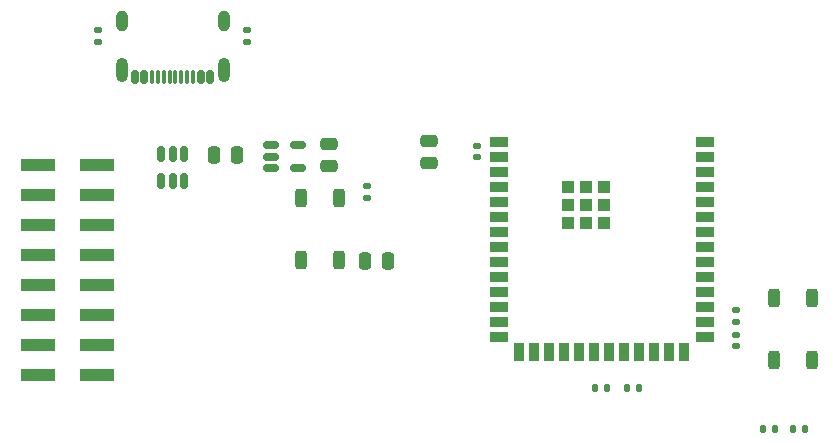
<source format=gbr>
%TF.GenerationSoftware,KiCad,Pcbnew,8.0.6*%
%TF.CreationDate,2024-12-05T21:44:36-05:00*%
%TF.ProjectId,kiCAD Keypad,6b694341-4420-44b6-9579-7061642e6b69,rev?*%
%TF.SameCoordinates,Original*%
%TF.FileFunction,Paste,Top*%
%TF.FilePolarity,Positive*%
%FSLAX46Y46*%
G04 Gerber Fmt 4.6, Leading zero omitted, Abs format (unit mm)*
G04 Created by KiCad (PCBNEW 8.0.6) date 2024-12-05 21:44:36*
%MOMM*%
%LPD*%
G01*
G04 APERTURE LIST*
G04 Aperture macros list*
%AMRoundRect*
0 Rectangle with rounded corners*
0 $1 Rounding radius*
0 $2 $3 $4 $5 $6 $7 $8 $9 X,Y pos of 4 corners*
0 Add a 4 corners polygon primitive as box body*
4,1,4,$2,$3,$4,$5,$6,$7,$8,$9,$2,$3,0*
0 Add four circle primitives for the rounded corners*
1,1,$1+$1,$2,$3*
1,1,$1+$1,$4,$5*
1,1,$1+$1,$6,$7*
1,1,$1+$1,$8,$9*
0 Add four rect primitives between the rounded corners*
20,1,$1+$1,$2,$3,$4,$5,0*
20,1,$1+$1,$4,$5,$6,$7,0*
20,1,$1+$1,$6,$7,$8,$9,0*
20,1,$1+$1,$8,$9,$2,$3,0*%
G04 Aperture macros list end*
%ADD10RoundRect,0.250000X-0.250000X0.525000X-0.250000X-0.525000X0.250000X-0.525000X0.250000X0.525000X0*%
%ADD11R,3.000000X1.000000*%
%ADD12RoundRect,0.150000X-0.150000X0.512500X-0.150000X-0.512500X0.150000X-0.512500X0.150000X0.512500X0*%
%ADD13RoundRect,0.135000X0.185000X-0.135000X0.185000X0.135000X-0.185000X0.135000X-0.185000X-0.135000X0*%
%ADD14R,1.500000X0.900000*%
%ADD15R,0.900000X1.500000*%
%ADD16R,1.000000X1.000000*%
%ADD17RoundRect,0.250000X-0.250000X-0.475000X0.250000X-0.475000X0.250000X0.475000X-0.250000X0.475000X0*%
%ADD18RoundRect,0.135000X-0.135000X-0.185000X0.135000X-0.185000X0.135000X0.185000X-0.135000X0.185000X0*%
%ADD19RoundRect,0.250000X-0.475000X0.250000X-0.475000X-0.250000X0.475000X-0.250000X0.475000X0.250000X0*%
%ADD20RoundRect,0.135000X-0.185000X0.135000X-0.185000X-0.135000X0.185000X-0.135000X0.185000X0.135000X0*%
%ADD21RoundRect,0.250000X0.250000X0.475000X-0.250000X0.475000X-0.250000X-0.475000X0.250000X-0.475000X0*%
%ADD22RoundRect,0.147500X-0.147500X-0.172500X0.147500X-0.172500X0.147500X0.172500X-0.147500X0.172500X0*%
%ADD23RoundRect,0.150000X-0.512500X-0.150000X0.512500X-0.150000X0.512500X0.150000X-0.512500X0.150000X0*%
%ADD24RoundRect,0.250000X0.475000X-0.250000X0.475000X0.250000X-0.475000X0.250000X-0.475000X-0.250000X0*%
%ADD25RoundRect,0.140000X0.170000X-0.140000X0.170000X0.140000X-0.170000X0.140000X-0.170000X-0.140000X0*%
%ADD26RoundRect,0.150000X0.150000X0.425000X-0.150000X0.425000X-0.150000X-0.425000X0.150000X-0.425000X0*%
%ADD27RoundRect,0.075000X0.075000X0.500000X-0.075000X0.500000X-0.075000X-0.500000X0.075000X-0.500000X0*%
%ADD28O,1.000000X2.100000*%
%ADD29O,1.000000X1.800000*%
%ADD30RoundRect,0.135000X0.135000X0.185000X-0.135000X0.185000X-0.135000X-0.185000X0.135000X-0.185000X0*%
G04 APERTURE END LIST*
D10*
%TO.C,SW2*%
X109600000Y-60375000D03*
X109600000Y-65625000D03*
X106400000Y-60375000D03*
X106400000Y-65625000D03*
%TD*%
D11*
%TO.C,J3*%
X49120000Y-49110000D03*
X44080000Y-49110000D03*
X49120000Y-51650000D03*
X44080000Y-51650000D03*
X49120000Y-54190000D03*
X44080000Y-54190000D03*
X49120000Y-56730000D03*
X44080000Y-56730000D03*
X49120000Y-59270000D03*
X44080000Y-59270000D03*
X49120000Y-61810000D03*
X44080000Y-61810000D03*
X49120000Y-64350000D03*
X44080000Y-64350000D03*
X49120000Y-66890000D03*
X44080000Y-66890000D03*
%TD*%
D10*
%TO.C,SW1*%
X69600000Y-51875000D03*
X69600000Y-57125000D03*
X66400000Y-51875000D03*
X66400000Y-57125000D03*
%TD*%
D12*
%TO.C,U2*%
X56450000Y-48225000D03*
X55500000Y-48225000D03*
X54550000Y-48225000D03*
X54550000Y-50500000D03*
X55500000Y-50500000D03*
X56450000Y-50500000D03*
%TD*%
D13*
%TO.C,R3*%
X49200000Y-38710000D03*
X49200000Y-37690000D03*
%TD*%
D14*
%TO.C,U1*%
X83110000Y-47150000D03*
X83110000Y-48420000D03*
X83110000Y-49690000D03*
X83110000Y-50960000D03*
X83110000Y-52230000D03*
X83110000Y-53500000D03*
X83110000Y-54770000D03*
X83110000Y-56040000D03*
X83110000Y-57310000D03*
X83110000Y-58580000D03*
X83110000Y-59850000D03*
X83110000Y-61120000D03*
X83110000Y-62390000D03*
X83110000Y-63660000D03*
D15*
X84875000Y-64910000D03*
X86145000Y-64910000D03*
X87415000Y-64910000D03*
X88685000Y-64910000D03*
X89955000Y-64910000D03*
X91225000Y-64910000D03*
X92495000Y-64910000D03*
X93765000Y-64910000D03*
X95035000Y-64910000D03*
X96305000Y-64910000D03*
X97575000Y-64910000D03*
X98845000Y-64910000D03*
D14*
X100610000Y-63660000D03*
X100610000Y-62390000D03*
X100610000Y-61120000D03*
X100610000Y-59850000D03*
X100610000Y-58580000D03*
X100610000Y-57310000D03*
X100610000Y-56040000D03*
X100610000Y-54770000D03*
X100610000Y-53500000D03*
X100610000Y-52230000D03*
X100610000Y-50960000D03*
X100610000Y-49690000D03*
X100610000Y-48420000D03*
X100610000Y-47150000D03*
D16*
X89000000Y-51000000D03*
X89000000Y-52500000D03*
X89000000Y-54000000D03*
X90500000Y-51000000D03*
X90500000Y-52500000D03*
X90500000Y-54000000D03*
X92000000Y-51000000D03*
X92000000Y-52500000D03*
X92000000Y-54000000D03*
%TD*%
D17*
%TO.C,C3*%
X71800000Y-57250000D03*
X73700000Y-57250000D03*
%TD*%
D13*
%TO.C,R4*%
X61800000Y-38710000D03*
X61800000Y-37690000D03*
%TD*%
D18*
%TO.C,R6*%
X108000000Y-71437500D03*
X109020000Y-71437500D03*
%TD*%
D19*
%TO.C,C6*%
X68750000Y-47300000D03*
X68750000Y-49200000D03*
%TD*%
D20*
%TO.C,R2*%
X103200000Y-61380000D03*
X103200000Y-62400000D03*
%TD*%
D21*
%TO.C,C5*%
X60950000Y-48250000D03*
X59050000Y-48250000D03*
%TD*%
D22*
%TO.C,D22*%
X94015000Y-68000000D03*
X94985000Y-68000000D03*
%TD*%
D23*
%TO.C,U3*%
X63862500Y-47450000D03*
X63862500Y-48400000D03*
X63862500Y-49350000D03*
X66137500Y-49350000D03*
X66137500Y-47450000D03*
%TD*%
D18*
%TO.C,R5*%
X105490000Y-71437500D03*
X106510000Y-71437500D03*
%TD*%
D24*
%TO.C,C2*%
X77250000Y-48950000D03*
X77250000Y-47050000D03*
%TD*%
D25*
%TO.C,C1*%
X81250000Y-48460000D03*
X81250000Y-47500000D03*
%TD*%
D26*
%TO.C,J1*%
X58700000Y-41680000D03*
X57900000Y-41680000D03*
D27*
X56750000Y-41680000D03*
X55750000Y-41680000D03*
X55250000Y-41680000D03*
X54250000Y-41680000D03*
D26*
X53100000Y-41680000D03*
X52300000Y-41680000D03*
X52300000Y-41680000D03*
X53100000Y-41680000D03*
D27*
X53750000Y-41680000D03*
X54750000Y-41680000D03*
X56250000Y-41680000D03*
X57250000Y-41680000D03*
D26*
X57900000Y-41680000D03*
X58700000Y-41680000D03*
D28*
X59820000Y-41105000D03*
D29*
X59820000Y-36925000D03*
D28*
X51180000Y-41105000D03*
D29*
X51180000Y-36925000D03*
%TD*%
D20*
%TO.C,R1*%
X72000000Y-50890000D03*
X72000000Y-51910000D03*
%TD*%
D30*
%TO.C,R7*%
X92260000Y-68000000D03*
X91240000Y-68000000D03*
%TD*%
D25*
%TO.C,C4*%
X103200000Y-64480000D03*
X103200000Y-63520000D03*
%TD*%
M02*

</source>
